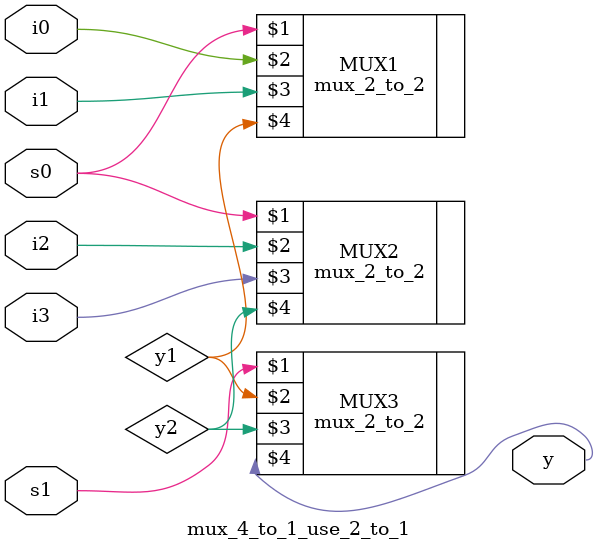
<source format=v>


module mux_4_to_1_use_2_to_1(s1,s0,i0,i1,i2,i3,y);
// declare the input and output poerts

 input s1,s0,i0,i1,i2,i3;
 output y;

// declare the wire for interconnecttion

 wire y1,y2;
// using 2 to 1 muxes instances
 mux_2_to_2 MUX1(s0,i0,i1,y1);
 mux_2_to_2 MUX2(s0,i2,i3,y2);
 mux_2_to_2 MUX3(s1,y1,y2,y);
 

// using dataflow model 

 //assign y1=((~s0)&i0)|((s0)&i1);
 
 //assign y2=((~s0)&i2)|((s0)&i3);


 //assign y=((~s1)&y1)|((s1)&y2);
 

 endmodule

</source>
